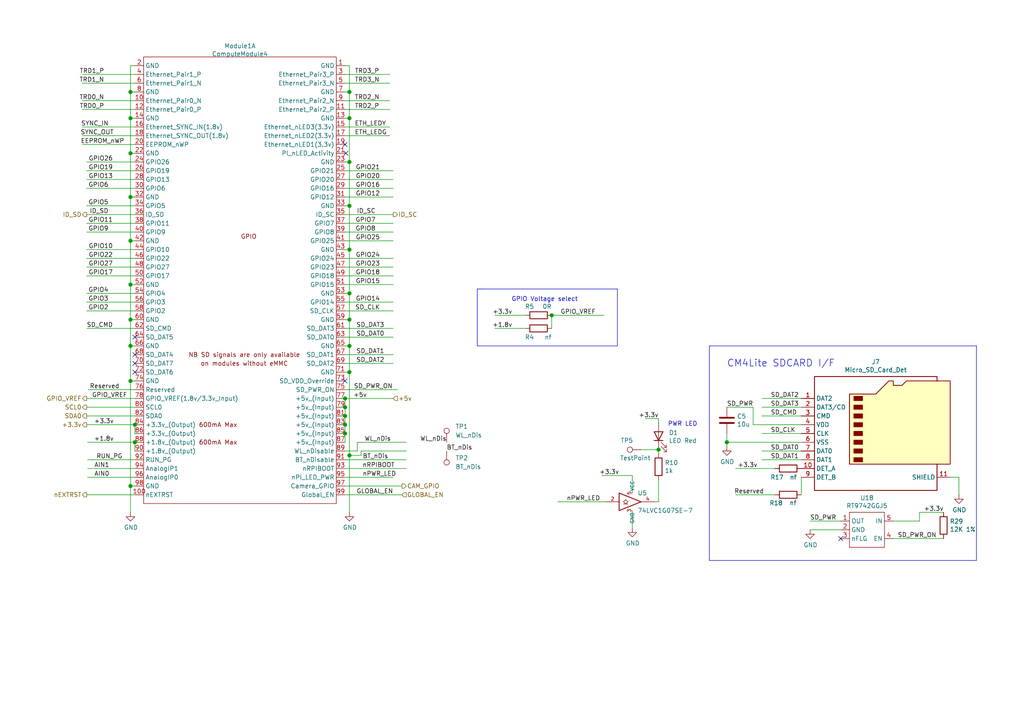
<source format=kicad_sch>
(kicad_sch (version 20250114) (generator "eeschema") (generator_version "9.0")
  (paper "A4")
  (title_block (title "WavePad CM4 Carrier Board - GPIO - SD Card") (rev "1"))
  (lib_symbols
    (symbol "CM4IO:74LVC1G07_copy"
      (property "Reference" "U" (at -2.54 3.81 0))
      (property "Value" "74LVC1G07_copy" (at 0 -3.81 0))
      (symbol "74LVC1G07_copy_0_1"
        (polyline (pts (xy -3.81 2.54) (xy -3.81 -2.54) (xy 2.54 0) (xy -3.81 2.54)) (stroke (width 0.254)))
        (polyline (pts (xy -2.54 -0.635) (xy -1.27 -0.635)))
        (polyline (pts (xy -1.905 0.635) (xy -2.54 0) (xy -1.905 -0.635) (xy -1.27 0) (xy -1.905 0.635)))
      )
      (symbol "74LVC1G07_copy_1_1"
        (pin input line (at -7.62 0 0) (length 3.81) (name "~") (number "2"))
        (pin power_in line (at 0 2.54 90) (length 0) (name "VCC") (number "5"))
        (pin power_in line (at 0 -2.54 270) (length 0) (name "GND") (number "3"))
        (pin open_collector line (at 6.35 0 180) (length 3.81) (name "~") (number "4"))
      )
    )
    (symbol "CM4IO:ComputeModule4-CM4"
      (property "Reference" "Module" (at 113.03 -68.58 0))
      (property "Value" "ComputeModule4-CM4" (at 140.97 2.54 0))
      (property "Field4" "Hirose" (at 0 0 0))
      (property "Field5" "2x DF40C-100DS-0.4V" (at 0 -2.54 0))
      (symbol "ComputeModule4-CM4_1_0"
        (text "GPIO" (at 0 6.35 0) (effects (font (size 1.27 1.27))))
      )
      (symbol "ComputeModule4-CM4_1_1"
        (rectangle (start -30.48 -71.12) (end 25.4 58.42))
        (text "600mA Max" (at -8.89 -48.26 0) (effects (font (size 1.27 1.27))))
        (text "600mA Max" (at -8.89 -53.34 0) (effects (font (size 1.27 1.27))))
        (text "NB SD signals are only available" (at -1.27 -27.94 0) (effects (font (size 1.27 1.27))))
        (text "on modules without eMMC" (at -1.27 -30.48 0) (effects (font (size 1.27 1.27))))
        (pin power_in line (at -33.02 55.88 0) (length 2.54) (name "GND") (number "2"))
        (pin passive line (at -33.02 53.34 0) (length 2.54) (name "Ethernet_Pair1_P") (number "4"))
        (pin passive line (at -33.02 50.8 0) (length 2.54) (name "Ethernet_Pair1_N") (number "6"))
        (pin power_in line (at -33.02 48.26 0) (length 2.54) (name "GND") (number "8"))
        (pin passive line (at -33.02 45.72 0) (length 2.54) (name "Ethernet_Pair0_N") (number "10"))
        (pin passive line (at -33.02 43.18 0) (length 2.54) (name "Ethernet_Pair0_P") (number "12"))
        (pin power_in line (at -33.02 40.64 0) (length 2.54) (name "GND") (number "14"))
        (pin input line (at -33.02 38.1 0) (length 2.54) (name "Ethernet_SYNC_IN(1.8v)") (number "16"))
        (pin input line (at -33.02 35.56 0) (length 2.54) (name "Ethernet_SYNC_OUT(1.8v)") (number "18"))
        (pin passive line (at -33.02 33.02 0) (length 2.54) (name "EEPROM_nWP") (number "20"))
        (pin power_in line (at -33.02 30.48 0) (length 2.54) (name "GND") (number "22"))
        (pin passive line (at -33.02 27.94 0) (length 2.54) (name "GPIO26") (number "24"))
        (pin passive line (at -33.02 25.4 0) (length 2.54) (name "GPIO19") (number "26"))
        (pin passive line (at -33.02 22.86 0) (length 2.54) (name "GPIO13") (number "28"))
        (pin passive line (at -33.02 20.32 0) (length 2.54) (name "GPIO6") (number "30"))
        (pin power_in line (at -33.02 17.78 0) (length 2.54) (name "GND") (number "32"))
        (pin passive line (at -33.02 15.24 0) (length 2.54) (name "GPIO5") (number "34"))
        (pin passive line (at -33.02 12.7 0) (length 2.54) (name "ID_SD") (number "36"))
        (pin passive line (at -33.02 10.16 0) (length 2.54) (name "GPIO11") (number "38"))
        (pin passive line (at -33.02 7.62 0) (length 2.54) (name "GPIO9") (number "40"))
        (pin power_in line (at -33.02 5.08 0) (length 2.54) (name "GND") (number "42"))
        (pin passive line (at -33.02 2.54 0) (length 2.54) (name "GPIO10") (number "44"))
        (pin passive line (at -33.02 0 0) (length 2.54) (name "GPIO22") (number "46"))
        (pin passive line (at -33.02 -2.54 0) (length 2.54) (name "GPIO27") (number "48"))
        (pin passive line (at -33.02 -5.08 0) (length 2.54) (name "GPIO17") (number "50"))
        (pin power_in line (at -33.02 -7.62 0) (length 2.54) (name "GND") (number "52"))
        (pin passive line (at -33.02 -10.16 0) (length 2.54) (name "GPIO4") (number "54"))
        (pin passive line (at -33.02 -12.7 0) (length 2.54) (name "GPIO3") (number "56"))
        (pin passive line (at -33.02 -15.24 0) (length 2.54) (name "GPIO2") (number "58"))
        (pin power_in line (at -33.02 -17.78 0) (length 2.54) (name "GND") (number "60"))
        (pin passive line (at -33.02 -20.32 0) (length 2.54) (name "SD_CMD") (number "62"))
        (pin passive line (at -33.02 -22.86 0) (length 2.54) (name "SD_DAT5") (number "64"))
        (pin power_in line (at -33.02 -25.4 0) (length 2.54) (name "GND") (number "66"))
        (pin passive line (at -33.02 -27.94 0) (length 2.54) (name "SD_DAT4") (number "68"))
        (pin passive line (at -33.02 -30.48 0) (length 2.54) (name "SD_DAT7") (number "70"))
        (pin passive line (at -33.02 -33.02 0) (length 2.54) (name "SD_DAT6") (number "72"))
        (pin power_in line (at -33.02 -35.56 0) (length 2.54) (name "GND") (number "74"))
        (pin passive line (at -33.02 -38.1 0) (length 2.54) (name "Reserved") (number "76"))
        (pin power_in line (at -33.02 -40.64 0) (length 2.54) (name "GPIO_VREF(1.8v/3.3v_Input)") (number "78"))
        (pin passive line (at -33.02 -43.18 0) (length 2.54) (name "SCL0") (number "80"))
        (pin passive line (at -33.02 -45.72 0) (length 2.54) (name "SDA0") (number "82"))
        (pin power_out line (at -33.02 -48.26 0) (length 2.54) (name "+3.3v_(Output)") (number "84"))
        (pin power_out line (at -33.02 -50.8 0) (length 2.54) (name "+3.3v_(Output)") (number "86"))
        (pin power_out line (at -33.02 -53.34 0) (length 2.54) (name "+1.8v_(Output)") (number "88"))
        (pin power_out line (at -33.02 -55.88 0) (length 2.54) (name "+1.8v_(Output)") (number "90"))
        (pin passive line (at -33.02 -58.42 0) (length 2.54) (name "RUN_PG") (number "92"))
        (pin passive line (at -33.02 -60.96 0) (length 2.54) (name "AnalogIP1") (number "94"))
        (pin passive line (at -33.02 -63.5 0) (length 2.54) (name "AnalogIP0") (number "96"))
        (pin power_in line (at -33.02 -66.04 0) (length 2.54) (name "GND") (number "98"))
        (pin output line (at -33.02 -68.58 0) (length 2.54) (name "nEXTRST") (number "100"))
        (pin power_in line (at 27.94 55.88 180) (length 2.54) (name "GND") (number "1"))
        (pin passive line (at 27.94 53.34 180) (length 2.54) (name "Ethernet_Pair3_P") (number "3"))
        (pin passive line (at 27.94 50.8 180) (length 2.54) (name "Ethernet_Pair3_N") (number "5"))
        (pin power_in line (at 27.94 48.26 180) (length 2.54) (name "GND") (number "7"))
        (pin passive line (at 27.94 45.72 180) (length 2.54) (name "Ethernet_Pair2_N") (number "9"))
        (pin passive line (at 27.94 43.18 180) (length 2.54) (name "Ethernet_Pair2_P") (number "11"))
        (pin power_in line (at 27.94 40.64 180) (length 2.54) (name "GND") (number "13"))
        (pin output line (at 27.94 38.1 180) (length 2.54) (name "Ethernet_nLED3(3.3v)") (number "15"))
        (pin output line (at 27.94 35.56 180) (length 2.54) (name "Ethernet_nLED2(3.3v)") (number "17"))
        (pin output line (at 27.94 33.02 180) (length 2.54) (name "Ethernet_nLED1(3.3v)") (number "19"))
        (pin open_collector line (at 27.94 30.48 180) (length 2.54) (name "PI_nLED_Activity") (number "21"))
        (pin power_in line (at 27.94 27.94 180) (length 2.54) (name "GND") (number "23"))
        (pin passive line (at 27.94 25.4 180) (length 2.54) (name "GPIO21") (number "25"))
        (pin passive line (at 27.94 22.86 180) (length 2.54) (name "GPIO20") (number "27"))
        (pin passive line (at 27.94 20.32 180) (length 2.54) (name "GPIO16") (number "29"))
        (pin passive line (at 27.94 17.78 180) (length 2.54) (name "GPIO12") (number "31"))
        (pin power_in line (at 27.94 15.24 180) (length 2.54) (name "GND") (number "33"))
        (pin passive line (at 27.94 12.7 180) (length 2.54) (name "ID_SC") (number "35"))
        (pin passive line (at 27.94 10.16 180) (length 2.54) (name "GPIO7") (number "37"))
        (pin passive line (at 27.94 7.62 180) (length 2.54) (name "GPIO8") (number "39"))
        (pin passive line (at 27.94 5.08 180) (length 2.54) (name "GPIO25") (number "41"))
        (pin power_in line (at 27.94 2.54 180) (length 2.54) (name "GND") (number "43"))
        (pin passive line (at 27.94 0 180) (length 2.54) (name "GPIO24") (number "45"))
        (pin passive line (at 27.94 -2.54 180) (length 2.54) (name "GPIO23") (number "47"))
        (pin passive line (at 27.94 -5.08 180) (length 2.54) (name "GPIO18") (number "49"))
        (pin passive line (at 27.94 -7.62 180) (length 2.54) (name "GPIO15") (number "51"))
        (pin power_in line (at 27.94 -10.16 180) (length 2.54) (name "GND") (number "53"))
        (pin passive line (at 27.94 -12.7 180) (length 2.54) (name "GPIO14") (number "55"))
        (pin passive line (at 27.94 -15.24 180) (length 2.54) (name "SD_CLK") (number "57"))
        (pin power_in line (at 27.94 -17.78 180) (length 2.54) (name "GND") (number "59"))
        (pin passive line (at 27.94 -20.32 180) (length 2.54) (name "SD_DAT3") (number "61"))
        (pin passive line (at 27.94 -22.86 180) (length 2.54) (name "SD_DAT0") (number "63"))
        (pin power_in line (at 27.94 -25.4 180) (length 2.54) (name "GND") (number "65"))
        (pin passive line (at 27.94 -27.94 180) (length 2.54) (name "SD_DAT1") (number "67"))
        (pin passive line (at 27.94 -30.48 180) (length 2.54) (name "SD_DAT2") (number "69"))
        (pin power_in line (at 27.94 -33.02 180) (length 2.54) (name "GND") (number "71"))
        (pin input line (at 27.94 -35.56 180) (length 2.54) (name "SD_VDD_Override") (number "73"))
        (pin output line (at 27.94 -38.1 180) (length 2.54) (name "SD_PWR_ON") (number "75"))
        (pin power_in line (at 27.94 -40.64 180) (length 2.54) (name "+5v_(Input)") (number "77"))
        (pin power_in line (at 27.94 -43.18 180) (length 2.54) (name "+5v_(Input)") (number "79"))
        (pin power_in line (at 27.94 -45.72 180) (length 2.54) (name "+5v_(Input)") (number "81"))
        (pin power_in line (at 27.94 -48.26 180) (length 2.54) (name "+5v_(Input)") (number "83"))
        (pin power_in line (at 27.94 -50.8 180) (length 2.54) (name "+5v_(Input)") (number "85"))
        (pin power_in line (at 27.94 -53.34 180) (length 2.54) (name "+5v_(Input)") (number "87"))
        (pin input line (at 27.94 -55.88 180) (length 2.54) (name "WL_nDisable") (number "89"))
        (pin input line (at 27.94 -58.42 180) (length 2.54) (name "BT_nDisable") (number "91"))
        (pin input line (at 27.94 -60.96 180) (length 2.54) (name "nRPIBOOT") (number "93"))
        (pin output line (at 27.94 -63.5 180) (length 2.54) (name "nPI_LED_PWR") (number "95"))
        (pin passive line (at 27.94 -66.04 180) (length 2.54) (name "Camera_GPIO") (number "97"))
        (pin input line (at 27.94 -68.58 180) (length 2.54) (name "Global_EN") (number "99"))
      )
      (symbol "ComputeModule4-CM4_2_1"
        (rectangle (start 114.3 -66.04) (end 165.1 63.5))
        (text "High Speed Serial" (at 140.97 0 0) (effects (font (size 1.27 1.27))))
        (pin input line (at 109.22 60.96 0) (length 5.08) (name "PCIe_CLK_nREQ") (number "102"))
        (pin passive line (at 109.22 58.42 0) (length 5.08) (name "Reserved") (number "104"))
        (pin passive line (at 109.22 55.88 0) (length 5.08) (name "Reserved") (number "106"))
        (pin power_in line (at 109.22 53.34 0) (length 5.08) (name "GND") (number "108"))
        (pin output line (at 109.22 50.8 0) (length 5.08) (name "PCIe_CLK_P") (number "110"))
        (pin output line (at 109.22 48.26 0) (length 5.08) (name "PCIe_CLK_N") (number "112"))
        (pin power_in line (at 109.22 45.72 0) (length 5.08) (name "GND") (number "114"))
        (pin input line (at 109.22 43.18 0) (length 5.08) (name "PCIe_RX_P") (number "116"))
        (pin input line (at 109.22 40.64 0) (length 5.08) (name "PCIe_RX_N") (number "118"))
        (pin power_in line (at 109.22 38.1 0) (length 5.08) (name "GND") (number "120"))
        (pin output line (at 109.22 35.56 0) (length 5.08) (name "PCIe_TX_P") (number "122"))
        (pin output line (at 109.22 33.02 0) (length 5.08) (name "PCIe_TX_N") (number "124"))
        (pin power_in line (at 109.22 30.48 0) (length 5.08) (name "GND") (number "126"))
        (pin input line (at 109.22 27.94 0) (length 5.08) (name "CAM0_D0_N") (number "128"))
        (pin input line (at 109.22 25.4 0) (length 5.08) (name "CAM0_D0_P") (number "130"))
        (pin power_in line (at 109.22 22.86 0) (length 5.08) (name "GND") (number "132"))
        (pin input line (at 109.22 20.32 0) (length 5.08) (name "CAM0_D1_N") (number "134"))
        (pin input line (at 109.22 17.78 0) (length 5.08) (name "CAM0_D1_P") (number "136"))
        (pin power_in line (at 109.22 15.24 0) (length 5.08) (name "GND") (number "138"))
        (pin input line (at 109.22 12.7 0) (length 5.08) (name "CAM0_C_N") (number "140"))
        (pin input line (at 109.22 10.16 0) (length 5.08) (name "CAM0_C_P") (number "142"))
        (pin power_in line (at 109.22 7.62 0) (length 5.08) (name "GND") (number "144"))
        (pin output line (at 109.22 5.08 0) (length 5.08) (name "HDMI1_TX2_P") (number "146"))
        (pin output line (at 109.22 2.54 0) (length 5.08) (name "HDMI1_TX2_N") (number "148"))
        (pin power_in line (at 109.22 0 0) (length 5.08) (name "GND") (number "150"))
        (pin output line (at 109.22 -2.54 0) (length 5.08) (name "HDMI1_TX1_P") (number "152"))
        (pin output line (at 109.22 -5.08 0) (length 5.08) (name "HDMI1_TX1_N") (number "154"))
        (pin power_in line (at 109.22 -7.62 0) (length 5.08) (name "GND") (number "156"))
        (pin output line (at 109.22 -10.16 0) (length 5.08) (name "HDMI1_TX0_P") (number "158"))
        (pin output line (at 109.22 -12.7 0) (length 5.08) (name "HDMI1_TX0_N") (number "160"))
        (pin power_in line (at 109.22 -15.24 0) (length 5.08) (name "GND") (number "162"))
        (pin output line (at 109.22 -17.78 0) (length 5.08) (name "HDMI1_CLK_P") (number "164"))
        (pin output line (at 109.22 -20.32 0) (length 5.08) (name "HDMI1_CLK_N") (number "166"))
        (pin power_in line (at 109.22 -22.86 0) (length 5.08) (name "GND") (number "168"))
        (pin output line (at 109.22 -25.4 0) (length 5.08) (name "HDMI0_TX2_P") (number "170"))
        (pin output line (at 109.22 -27.94 0) (length 5.08) (name "HDMI0_TX2_N") (number "172"))
        (pin power_in line (at 109.22 -30.48 0) (length 5.08) (name "GND") (number "174"))
        (pin output line (at 109.22 -33.02 0) (length 5.08) (name "HDMI0_TX1_P") (number "176"))
        (pin output line (at 109.22 -35.56 0) (length 5.08) (name "HDMI0_TX1_N") (number "178"))
        (pin power_in line (at 109.22 -38.1 0) (length 5.08) (name "GND") (number "180"))
        (pin output line (at 109.22 -40.64 0) (length 5.08) (name "HDMI0_TX0_P") (number "182"))
        (pin output line (at 109.22 -43.18 0) (length 5.08) (name "HDMI0_TX0_N") (number "184"))
        (pin power_in line (at 109.22 -45.72 0) (length 5.08) (name "GND") (number "186"))
        (pin output line (at 109.22 -48.26 0) (length 5.08) (name "HDMI0_CLK_P") (number "188"))
        (pin output line (at 109.22 -50.8 0) (length 5.08) (name "HDMI0_CLK_N") (number "190"))
        (pin power_in line (at 109.22 -53.34 0) (length 5.08) (name "GND") (number "192"))
        (pin output line (at 109.22 -55.88 0) (length 5.08) (name "DSI1_D3_N") (number "194"))
        (pin output line (at 109.22 -58.42 0) (length 5.08) (name "DSI1_D3_P") (number "196"))
        (pin power_in line (at 109.22 -60.96 0) (length 5.08) (name "GND") (number "198"))
        (pin open_collector line (at 109.22 -63.5 0) (length 5.08) (name "HDMI0_SCL") (number "200"))
        (pin input line (at 170.18 60.96 180) (length 5.08) (name "USB_OTG_ID") (number "101"))
        (pin passive line (at 170.18 58.42 180) (length 5.08) (name "USB2_N") (number "103"))
        (pin passive line (at 170.18 55.88 180) (length 5.08) (name "USB2_P") (number "105"))
        (pin power_in line (at 170.18 53.34 180) (length 5.08) (name "GND") (number "107"))
        (pin bidirectional line (at 170.18 50.8 180) (length 5.08) (name "PCIe_nRST") (number "109"))
        (pin passive line (at 170.18 48.26 180) (length 5.08) (name "VDAC_COMP") (number "111"))
        (pin power_in line (at 170.18 45.72 180) (length 5.08) (name "GND") (number "113"))
        (pin input line (at 170.18 43.18 180) (length 5.08) (name "CAM1_D0_N") (number "115"))
        (pin input line (at 170.18 40.64 180) (length 5.08) (name "CAM1_D0_P") (number "117"))
        (pin power_in line (at 170.18 38.1 180) (length 5.08) (name "GND") (number "119"))
        (pin input line (at 170.18 35.56 180) (length 5.08) (name "CAM1_D1_N") (number "121"))
        (pin input line (at 170.18 33.02 180) (length 5.08) (name "CAM1_D1_P") (number "123"))
        (pin power_in line (at 170.18 30.48 180) (length 5.08) (name "GND") (number "125"))
        (pin input line (at 170.18 27.94 180) (length 5.08) (name "CAM1_C_N") (number "127"))
        (pin input line (at 170.18 25.4 180) (length 5.08) (name "CAM1_C_P") (number "129"))
        (pin power_in line (at 170.18 22.86 180) (length 5.08) (name "GND") (number "131"))
        (pin input line (at 170.18 20.32 180) (length 5.08) (name "CAM1_D2_N") (number "133"))
        (pin input line (at 170.18 17.78 180) (length 5.08) (name "CAM1_D2_P") (number "135"))
        (pin power_in line (at 170.18 15.24 180) (length 5.08) (name "GND") (number "137"))
        (pin input line (at 170.18 12.7 180) (length 5.08) (name "CAM1_D3_N") (number "139"))
        (pin input line (at 170.18 10.16 180) (length 5.08) (name "CAM1_D3_P") (number "141"))
        (pin input line (at 170.18 7.62 180) (length 5.08) (name "HDMI1_HOTPLUG") (number "143"))
        (pin bidirectional line (at 170.18 5.08 180) (length 5.08) (name "HDMI1_SDA") (number "145"))
        (pin open_collector line (at 170.18 2.54 180) (length 5.08) (name "HDMI1_SCL") (number "147"))
        (pin open_collector line (at 170.18 0 180) (length 5.08) (name "HDMI1_CEC") (number "149"))
        (pin open_collector line (at 170.18 -2.54 180) (length 5.08) (name "HDMI0_CEC") (number "151"))
        (pin input line (at 170.18 -5.08 180) (length 5.08) (name "HDMI0_HOTPLUG") (number "153"))
        (pin power_in line (at 170.18 -7.62 180) (length 5.08) (name "GND") (number "155"))
        (pin output line (at 170.18 -10.16 180) (length 5.08) (name "DSI0_D0_N") (number "157"))
        (pin output line (at 170.18 -12.7 180) (length 5.08) (name "DSI0_D0_P") (number "159"))
        (pin power_in line (at 170.18 -15.24 180) (length 5.08) (name "GND") (number "161"))
        (pin output line (at 170.18 -17.78 180) (length 5.08) (name "DSI0_D1_N") (number "163"))
        (pin output line (at 170.18 -20.32 180) (length 5.08) (name "DSI0_D1_P") (number "165"))
        (pin power_in line (at 170.18 -22.86 180) (length 5.08) (name "GND") (number "167"))
        (pin output line (at 170.18 -25.4 180) (length 5.08) (name "DSI0_C_N") (number "169"))
        (pin output line (at 170.18 -27.94 180) (length 5.08) (name "DSI0_C_P") (number "171"))
        (pin power_in line (at 170.18 -30.48 180) (length 5.08) (name "GND") (number "173"))
        (pin output line (at 170.18 -33.02 180) (length 5.08) (name "DSI1_D0_N") (number "175"))
        (pin output line (at 170.18 -35.56 180) (length 5.08) (name "DSI1_D0_P") (number "177"))
        (pin power_in line (at 170.18 -38.1 180) (length 5.08) (name "GND") (number "179"))
        (pin output line (at 170.18 -40.64 180) (length 5.08) (name "DSI1_D1_N") (number "181"))
        (pin output line (at 170.18 -43.18 180) (length 5.08) (name "DSI1_D1_P") (number "183"))
        (pin power_in line (at 170.18 -45.72 180) (length 5.08) (name "GND") (number "185"))
        (pin output line (at 170.18 -48.26 180) (length 5.08) (name "DSI1_C_N") (number "187"))
        (pin output line (at 170.18 -50.8 180) (length 5.08) (name "DSI1_C_P") (number "189"))
        (pin power_in line (at 170.18 -53.34 180) (length 5.08) (name "GND") (number "191"))
        (pin output line (at 170.18 -55.88 180) (length 5.08) (name "DSI1_D2_N") (number "193"))
        (pin output line (at 170.18 -58.42 180) (length 5.08) (name "DSI1_D2_P") (number "195"))
        (pin power_in line (at 170.18 -60.96 180) (length 5.08) (name "GND") (number "197"))
        (pin bidirectional line (at 170.18 -63.5 180) (length 5.08) (name "HDMI0_SDA") (number "199"))
      )
    )
    (symbol "CM4IO:RT9742GGJ5"
      (property "Reference" "U" (at 0 0 0))
      (property "Value" "RT9742GGJ5" (at 0 0 0))
      (symbol "RT9742GGJ5_0_0"
        (pin power_out line (at -8.89 10.16 0) (length 2.54) (name "OUT") (number "1"))
        (pin power_in line (at -8.89 7.62 0) (length 2.54) (name "GND") (number "2"))
        (pin open_collector line (at -8.89 5.08 0) (length 2.54) (name "nFLG") (number "3"))
        (pin power_in line (at 6.35 10.16 180) (length 2.54) (name "IN") (number "5"))
        (pin input line (at 6.35 5.08 180) (length 2.54) (name "EN") (number "4"))
      )
      (symbol "RT9742GGJ5_0_1"
        (rectangle (start -6.35 12.7) (end 3.81 2.54))
      )
    )
    (symbol "Connector:Micro_SD_Card_Det"
      (property "Reference" "J" (at -16.51 17.78 0))
      (property "Value" "Micro_SD_Card_Det" (at 16.51 17.78 0))
      (symbol "Micro_SD_Card_Det_0_1"
        (polyline (pts (xy -8.89 -8.89) (xy -8.89 11.43) (xy -1.27 11.43) (xy 2.54 15.24) (xy 3.81 15.24) (xy 3.81 13.97) (xy 6.35 13.97) (xy 7.62 15.24) (xy 20.32 15.24) (xy 20.32 -8.89) (xy -8.89 -8.89)) (stroke (width 0.254)) (fill (type background)))
        (rectangle (start -7.62 10.795) (end -5.08 9.525) (fill (type outline)))
        (rectangle (start -7.62 8.255) (end -5.08 6.985) (fill (type outline)))
        (rectangle (start -7.62 5.715) (end -5.08 4.445) (fill (type outline)))
        (rectangle (start -7.62 3.175) (end -5.08 1.905) (fill (type outline)))
        (rectangle (start -7.62 0.635) (end -5.08 -0.635) (fill (type outline)))
        (rectangle (start -7.62 -1.905) (end -5.08 -3.175) (fill (type outline)))
        (rectangle (start -7.62 -4.445) (end -5.08 -5.715) (fill (type outline)))
        (rectangle (start -7.62 -6.985) (end -5.08 -8.255) (fill (type outline)))
        (polyline (pts (xy 16.51 15.24) (xy 16.51 16.51) (xy -19.05 16.51) (xy -19.05 -16.51) (xy 16.51 -16.51) (xy 16.51 -8.89)) (stroke (width 0.254)))
      )
      (symbol "Micro_SD_Card_Det_1_1"
        (pin bidirectional line (at -22.86 10.16 0) (length 3.81) (name "DAT2") (number "1"))
        (pin bidirectional line (at -22.86 7.62 0) (length 3.81) (name "DAT3/CD") (number "2"))
        (pin input line (at -22.86 5.08 0) (length 3.81) (name "CMD") (number "3"))
        (pin power_in line (at -22.86 2.54 0) (length 3.81) (name "VDD") (number "4"))
        (pin input line (at -22.86 0 0) (length 3.81) (name "CLK") (number "5"))
        (pin power_in line (at -22.86 -2.54 0) (length 3.81) (name "VSS") (number "6"))
        (pin bidirectional line (at -22.86 -5.08 0) (length 3.81) (name "DAT0") (number "7"))
        (pin bidirectional line (at -22.86 -7.62 0) (length 3.81) (name "DAT1") (number "8"))
        (pin passive line (at -22.86 -10.16 0) (length 3.81) (name "DET_A") (number "10"))
        (pin passive line (at -22.86 -12.7 0) (length 3.81) (name "DET_B") (number "9"))
        (pin passive line (at 20.32 -12.7 180) (length 3.81) (name "SHIELD") (number "11"))
      )
    )
    (symbol "Connector:TestPoint" (pin_numbers (hide yes)) (pin_names (offset 0.762) (hide yes))
      (property "Reference" "TP" (at 0 6.858 0))
      (property "Value" "TestPoint" (at 0 5.08 0))
      (symbol "TestPoint_0_1"
        (circle (center 0 3.302) (radius 0.762))
      )
      (symbol "TestPoint_1_1"
        (pin passive line (at 0 0 90) (length 2.54) (name "1") (number "1"))
      )
    )
    (symbol "Device:C" (pin_numbers (hide yes)) (pin_names (offset 0.254))
      (property "Reference" "C" (at 0.635 2.54 0))
      (property "Value" "C" (at 0.635 -2.54 0))
      (symbol "C_0_1"
        (polyline (pts (xy -2.032 0.762) (xy 2.032 0.762)) (stroke (width 0.508)))
        (polyline (pts (xy -2.032 -0.762) (xy 2.032 -0.762)) (stroke (width 0.508)))
      )
      (symbol "C_1_1"
        (pin passive line (at 0 3.81 270) (length 2.794) (name "~") (number "1"))
        (pin passive line (at 0 -3.81 90) (length 2.794) (name "~") (number "2"))
      )
    )
    (symbol "Device:LED" (pin_numbers (hide yes)) (pin_names (hide yes))
      (property "Reference" "D" (at 0 2.54 0))
      (property "Value" "LED" (at 0 -2.54 0))
      (symbol "LED_0_1"
        (polyline (pts (xy -3.048 -0.762) (xy -4.572 -2.286) (xy -3.81 -2.286) (xy -4.572 -2.286) (xy -4.572 -1.524)))
        (polyline (pts (xy -1.778 -0.762) (xy -3.302 -2.286) (xy -2.54 -2.286) (xy -3.302 -2.286) (xy -3.302 -1.524)))
        (polyline (pts (xy -1.27 0) (xy 1.27 0)))
        (polyline (pts (xy -1.27 -1.27) (xy -1.27 1.27)) (stroke (width 0.254)))
        (polyline (pts (xy 1.27 -1.27) (xy 1.27 1.27) (xy -1.27 0) (xy 1.27 -1.27)) (stroke (width 0.254)))
      )
      (symbol "LED_1_1"
        (pin passive line (at -3.81 0 0) (length 2.54) (name "K") (number "1"))
        (pin passive line (at 3.81 0 180) (length 2.54) (name "A") (number "2"))
      )
    )
    (symbol "Device:R" (pin_numbers (hide yes)) (pin_names (offset 0))
      (property "Reference" "R" (at 2.032 0 90))
      (property "Value" "R" (at 0 0 90))
      (symbol "R_0_1"
        (rectangle (start -1.016 -2.54) (end 1.016 2.54) (stroke (width 0.254)))
      )
      (symbol "R_1_1"
        (pin passive line (at 0 3.81 270) (length 1.27) (name "~") (number "1"))
        (pin passive line (at 0 -3.81 90) (length 1.27) (name "~") (number "2"))
      )
    )
    (symbol "power:GND" (power) (pin_names (offset 0))
      (property "Value" "GND" (at 0 -3.81 0))
      (symbol "GND_0_1"
        (polyline (pts (xy 0 0) (xy 0 -1.27) (xy 1.27 -1.27) (xy 0 -2.54) (xy -1.27 -1.27) (xy 0 -1.27)))
      )
      (symbol "GND_1_1"
        (pin power_in line (at 0 0 270) (length 0) (hide yes) (name "GND") (number "1"))
      )
    )
  )
  (text "PWR LED" (at 193.675 123.825 0) (effects (font (size 1.27 1.27)) (justify left bottom)))
  (text "CM4Lite SDCARD I/F" (at 210.82 106.68 0) (effects (font (size 2.007 2.007)) (justify left bottom)))
  (text "GPIO Voltage select\n" (at 167.64 87.63 0) (effects (font (size 1.27 1.27)) (justify right bottom)))
  (junction (at 37.846 92.71) (diameter 1.016))
  (junction (at 101.346 132.08) (diameter 1.016))
  (junction (at 101.346 59.69) (diameter 1.016))
  (junction (at 101.346 46.99) (diameter 1.016))
  (junction (at 160.02 91.44) (diameter 1.016))
  (junction (at 101.346 72.39) (diameter 1.016))
  (junction (at 101.346 26.67) (diameter 1.016))
  (junction (at 100.076 125.73) (diameter 1.016))
  (junction (at 101.346 85.09) (diameter 1.016))
  (junction (at 37.846 69.85) (diameter 1.016))
  (junction (at 37.846 26.67) (diameter 1.016))
  (junction (at 100.076 120.65) (diameter 1.016))
  (junction (at 37.846 100.33) (diameter 1.016))
  (junction (at 37.846 44.45) (diameter 1.016))
  (junction (at 39.116 123.19) (diameter 1.016))
  (junction (at 101.346 107.95) (diameter 1.016))
  (junction (at 101.346 34.29) (diameter 1.016))
  (junction (at 191.008 130.429) (diameter 1.016))
  (junction (at 210.82 128.27) (diameter 1.016))
  (junction (at 101.346 92.71) (diameter 1.016))
  (junction (at 100.076 115.57) (diameter 1.016))
  (junction (at 100.076 123.19) (diameter 1.016))
  (junction (at 101.346 100.33) (diameter 1.016))
  (junction (at 37.846 82.55) (diameter 1.016))
  (junction (at 39.116 128.27) (diameter 1.016))
  (junction (at 37.846 110.49) (diameter 1.016))
  (junction (at 37.846 34.29) (diameter 1.016))
  (junction (at 37.846 57.15) (diameter 1.016))
  (junction (at 37.846 140.97) (diameter 1.016))
  (junction (at 100.076 118.11) (diameter 1.016))
  (no_connect (at 100.33 44.45))
  (no_connect (at 243.84 156.21))
  (no_connect (at 100.076 110.49))
  (no_connect (at 39.116 97.79))
  (no_connect (at 100.076 41.91))
  (no_connect (at 39.116 107.95))
  (no_connect (at 39.116 105.41))
  (no_connect (at 39.116 102.87))
  (wire (pts (xy 25.146 118.11) (xy 39.116 118.11)))
  (wire (pts (xy 23.876 36.83) (xy 39.116 36.83)))
  (wire (pts (xy 37.846 57.15) (xy 39.116 57.15)))
  (wire (pts (xy 101.346 132.08) (xy 101.346 148.59)))
  (wire (pts (xy 100.076 21.59) (xy 113.03 21.59)))
  (polyline (pts (xy 179.07 100.33) (xy 139.7 100.33)) (stroke (width 0) (type solid)))
  (wire (pts (xy 101.346 46.99) (xy 101.346 59.69)))
  (wire (pts (xy 37.846 44.45) (xy 37.846 57.15)))
  (wire (pts (xy 100.076 85.09) (xy 101.346 85.09)))
  (wire (pts (xy 143.51 95.25) (xy 152.4 95.25)))
  (wire (pts (xy 25.146 90.17) (xy 39.116 90.17)))
  (polyline (pts (xy 139.7 83.82) (xy 138.43 83.82)) (stroke (width 0) (type solid)))
  (wire (pts (xy 183.388 137.922) (xy 174.498 137.922)))
  (wire (pts (xy 25.4 138.43) (xy 39.116 138.43)))
  (wire (pts (xy 100.076 80.01) (xy 114.046 80.01)))
  (wire (pts (xy 103.632 128.27) (xy 117.856 128.27)))
  (wire (pts (xy 100.076 34.29) (xy 101.346 34.29)))
  (polyline (pts (xy 205.74 162.56) (xy 205.74 100.33)) (stroke (width 0) (type solid)))
  (wire (pts (xy 25.146 115.57) (xy 39.116 115.57)))
  (wire (pts (xy 100.076 52.07) (xy 114.046 52.07)))
  (wire (pts (xy 101.346 85.09) (xy 101.346 92.71)))
  (wire (pts (xy 37.846 19.05) (xy 37.846 26.67)))
  (wire (pts (xy 100.076 36.83) (xy 113.03 36.83)))
  (wire (pts (xy 25.146 59.69) (xy 39.116 59.69)))
  (wire (pts (xy 100.076 87.63) (xy 114.046 87.63)))
  (wire (pts (xy 100.076 133.35) (xy 117.856 133.35)))
  (wire (pts (xy 37.846 69.85) (xy 39.116 69.85)))
  (wire (pts (xy 100.076 19.05) (xy 101.346 19.05)))
  (wire (pts (xy 25.4 133.35) (xy 39.116 133.35)))
  (wire (pts (xy 100.076 67.31) (xy 114.046 67.31)))
  (wire (pts (xy 100.076 107.95) (xy 101.346 107.95)))
  (wire (pts (xy 23.876 39.37) (xy 39.116 39.37)))
  (wire (pts (xy 100.076 140.97) (xy 116.586 140.97)))
  (wire (pts (xy 213.36 135.89) (xy 224.79 135.89)))
  (wire (pts (xy 100.076 46.99) (xy 101.346 46.99)))
  (wire (pts (xy 100.076 138.43) (xy 114.046 138.43)))
  (wire (pts (xy 101.346 132.08) (xy 104.7242 132.08)))
  (wire (pts (xy 100.076 26.67) (xy 101.346 26.67)))
  (wire (pts (xy 266.7 148.59) (xy 266.7 151.13)))
  (wire (pts (xy 100.076 24.13) (xy 113.03 24.13)))
  (wire (pts (xy 39.116 19.05) (xy 37.846 19.05)))
  (wire (pts (xy 191.008 121.412) (xy 187.198 121.412)))
  (wire (pts (xy 25.4 128.27) (xy 39.116 128.27)))
  (wire (pts (xy 100.076 120.65) (xy 100.076 123.19)))
  (wire (pts (xy 243.84 151.13) (xy 234.95 151.13)))
  (wire (pts (xy 100.076 82.55) (xy 114.046 82.55)))
  (wire (pts (xy 39.116 128.27) (xy 39.37 128.27)))
  (wire (pts (xy 39.116 140.97) (xy 37.846 140.97)))
  (wire (pts (xy 218.44 123.19) (xy 218.44 118.11)))
  (wire (pts (xy 25.146 46.99) (xy 39.116 46.99)))
  (wire (pts (xy 25.146 120.65) (xy 39.116 120.65)))
  (wire (pts (xy 232.41 138.43) (xy 232.41 143.51)))
  (wire (pts (xy 100.076 115.57) (xy 114.046 115.57)))
  (wire (pts (xy 101.346 92.71) (xy 101.346 100.33)))
  (wire (pts (xy 37.846 82.55) (xy 39.116 82.55)))
  (wire (pts (xy 160.02 91.44) (xy 160.02 95.25)))
  (wire (pts (xy 100.076 62.23) (xy 114.046 62.23)))
  (wire (pts (xy 101.346 72.39) (xy 101.346 85.09)))
  (wire (pts (xy 25.146 54.61) (xy 39.116 54.61)))
  (wire (pts (xy 100.076 69.85) (xy 114.046 69.85)))
  (wire (pts (xy 191.008 122.682) (xy 191.008 121.412)))
  (wire (pts (xy 37.846 92.71) (xy 39.116 92.71)))
  (wire (pts (xy 100.076 77.47) (xy 114.046 77.47)))
  (polyline (pts (xy 138.43 100.33) (xy 138.43 83.82)) (stroke (width 0) (type solid)))
  (wire (pts (xy 37.846 110.49) (xy 37.846 140.97)))
  (polyline (pts (xy 179.07 83.82) (xy 179.07 100.33)) (stroke (width 0) (type solid)))
  (wire (pts (xy 100.076 125.73) (xy 100.076 128.27)))
  (wire (pts (xy 25.146 62.23) (xy 39.116 62.23)))
  (wire (pts (xy 114.046 90.17) (xy 100.076 90.17)))
  (wire (pts (xy 100.076 59.69) (xy 101.346 59.69)))
  (wire (pts (xy 25.146 52.07) (xy 39.116 52.07)))
  (wire (pts (xy 100.076 118.11) (xy 100.076 120.65)))
  (wire (pts (xy 25.146 95.25) (xy 39.116 95.25)))
  (wire (pts (xy 25.4 135.89) (xy 39.116 135.89)))
  (wire (pts (xy 183.388 148.082) (xy 183.388 153.162)))
  (wire (pts (xy 191.008 139.192) (xy 191.008 145.542)))
  (wire (pts (xy 160.02 91.44) (xy 175.26 91.44)))
  (wire (pts (xy 259.08 156.21) (xy 273.685 156.21)))
  (wire (pts (xy 100.076 29.21) (xy 113.03 29.21)))
  (wire (pts (xy 232.41 133.35) (xy 220.98 133.35)))
  (wire (pts (xy 100.076 123.19) (xy 100.076 125.73)))
  (wire (pts (xy 23.876 41.91) (xy 39.116 41.91)))
  (wire (pts (xy 23.876 21.59) (xy 39.116 21.59)))
  (wire (pts (xy 100.076 31.75) (xy 113.03 31.75)))
  (wire (pts (xy 191.008 130.302) (xy 191.008 130.429)))
  (wire (pts (xy 25.146 85.09) (xy 39.116 85.09)))
  (wire (pts (xy 25.146 49.53) (xy 39.116 49.53)))
  (wire (pts (xy 243.84 153.67) (xy 234.95 153.67)))
  (wire (pts (xy 220.98 115.57) (xy 232.41 115.57)))
  (wire (pts (xy 100.076 39.37) (xy 113.03 39.37)))
  (wire (pts (xy 37.846 100.33) (xy 39.116 100.33)))
  (wire (pts (xy 191.008 145.542) (xy 189.738 145.542)))
  (polyline (pts (xy 283.21 100.33) (xy 283.21 162.56)) (stroke (width 0) (type solid)))
  (wire (pts (xy 25.146 143.51) (xy 39.116 143.51)))
  (wire (pts (xy 100.076 113.03) (xy 115.316 113.03)))
  (wire (pts (xy 278.13 138.43) (xy 278.13 143.51)))
  (wire (pts (xy 100.076 64.77) (xy 114.046 64.77)))
  (wire (pts (xy 100.076 49.53) (xy 114.046 49.53)))
  (wire (pts (xy 213.36 143.51) (xy 224.79 143.51)))
  (wire (pts (xy 101.346 26.67) (xy 101.346 34.29)))
  (wire (pts (xy 25.146 67.31) (xy 39.116 67.31)))
  (wire (pts (xy 39.116 125.73) (xy 39.116 123.19)))
  (wire (pts (xy 183.388 143.002) (xy 183.388 137.922)))
  (polyline (pts (xy 139.7 83.82) (xy 179.07 83.82)) (stroke (width 0) (type solid)))
  (wire (pts (xy 25.146 64.77) (xy 39.116 64.77)))
  (wire (pts (xy 25.146 80.01) (xy 39.116 80.01)))
  (wire (pts (xy 186.0042 130.429) (xy 191.008 130.429)))
  (wire (pts (xy 100.076 74.93) (xy 114.046 74.93)))
  (wire (pts (xy 273.685 148.59) (xy 266.7 148.59)))
  (wire (pts (xy 39.116 130.81) (xy 39.116 128.27)))
  (wire (pts (xy 101.346 59.69) (xy 101.346 72.39)))
  (polyline (pts (xy 283.21 162.56) (xy 205.74 162.56)) (stroke (width 0) (type solid)))
  (wire (pts (xy 191.008 130.429) (xy 191.008 131.572)))
  (wire (pts (xy 210.82 125.73) (xy 210.82 128.27)))
  (wire (pts (xy 100.076 100.33) (xy 101.346 100.33)))
  (wire (pts (xy 100.076 143.51) (xy 116.586 143.51)))
  (wire (pts (xy 37.846 110.49) (xy 39.116 110.49)))
  (wire (pts (xy 220.98 130.81) (xy 232.41 130.81)))
  (wire (pts (xy 210.82 118.11) (xy 218.44 118.11)))
  (wire (pts (xy 37.846 44.45) (xy 39.116 44.45)))
  (wire (pts (xy 100.076 115.57) (xy 100.076 118.11)))
  (wire (pts (xy 104.7242 132.08) (xy 104.7242 130.81)))
  (wire (pts (xy 39.116 34.29) (xy 37.846 34.29)))
  (wire (pts (xy 101.346 34.29) (xy 101.346 46.99)))
  (wire (pts (xy 23.876 29.21) (xy 39.116 29.21)))
  (wire (pts (xy 100.076 130.81) (xy 103.632 130.81)))
  (wire (pts (xy 37.846 34.29) (xy 37.846 44.45)))
  (wire (pts (xy 232.41 123.19) (xy 218.44 123.19)))
  (polyline (pts (xy 138.43 100.33) (xy 139.7 100.33)) (stroke (width 0) (type solid)))
  (wire (pts (xy 25.146 74.93) (xy 39.116 74.93)))
  (wire (pts (xy 114.046 102.87) (xy 100.076 102.87)))
  (wire (pts (xy 259.08 151.13) (xy 266.7 151.13)))
  (wire (pts (xy 25.146 77.47) (xy 39.116 77.47)))
  (wire (pts (xy 100.076 57.15) (xy 114.046 57.15)))
  (wire (pts (xy 100.076 92.71) (xy 101.346 92.71)))
  (wire (pts (xy 39.116 26.67) (xy 37.846 26.67)))
  (wire (pts (xy 37.846 82.55) (xy 37.846 92.71)))
  (wire (pts (xy 25.6032 113.03) (xy 39.116 113.03)))
  (polyline (pts (xy 205.74 100.33) (xy 283.21 100.33)) (stroke (width 0) (type solid)))
  (wire (pts (xy 37.846 92.71) (xy 37.846 100.33)))
  (wire (pts (xy 37.846 100.33) (xy 37.846 110.49)))
  (wire (pts (xy 101.346 19.05) (xy 101.346 26.67)))
  (wire (pts (xy 37.846 140.97) (xy 37.846 148.59)))
  (wire (pts (xy 25.146 123.19) (xy 39.116 123.19)))
  (wire (pts (xy 232.41 118.11) (xy 220.98 118.11)))
  (wire (pts (xy 161.798 145.542) (xy 175.768 145.542)))
  (wire (pts (xy 232.41 125.73) (xy 220.98 125.73)))
  (wire (pts (xy 103.632 130.81) (xy 103.632 128.27)))
  (wire (pts (xy 37.846 57.15) (xy 37.846 69.85)))
  (wire (pts (xy 275.59 138.43) (xy 278.13 138.43)))
  (wire (pts (xy 100.076 97.79) (xy 114.046 97.79)))
  (wire (pts (xy 101.346 100.33) (xy 101.346 107.95)))
  (wire (pts (xy 100.076 105.41) (xy 114.046 105.41)))
  (wire (pts (xy 210.82 128.27) (xy 210.82 129.54)))
  (wire (pts (xy 23.876 24.13) (xy 39.116 24.13)))
  (wire (pts (xy 25.146 87.63) (xy 39.116 87.63)))
  (wire (pts (xy 114.046 95.25) (xy 100.076 95.25)))
  (wire (pts (xy 143.51 91.44) (xy 152.4 91.44)))
  (wire (pts (xy 100.076 135.89) (xy 117.856 135.89)))
  (wire (pts (xy 100.076 54.61) (xy 114.046 54.61)))
  (wire (pts (xy 220.98 120.65) (xy 232.41 120.65)))
  (wire (pts (xy 25.146 72.39) (xy 39.116 72.39)))
  (wire (pts (xy 210.82 128.27) (xy 232.41 128.27)))
  (wire (pts (xy 101.346 107.95) (xy 101.346 132.08)))
  (wire (pts (xy 104.7242 130.81) (xy 117.856 130.81)))
  (wire (pts (xy 23.876 31.75) (xy 39.116 31.75)))
  (wire (pts (xy 37.846 69.85) (xy 37.846 82.55)))
  (wire (pts (xy 100.076 72.39) (xy 101.346 72.39)))
  (wire (pts (xy 37.846 26.67) (xy 37.846 34.29)))
  (label "GPIO12" (at 110.236 57.15 180))
  (label "GPIO23" (at 110.236 77.47 180))
  (label "SD_PWR_ON" (at 102.616 113.03 0))
  (label "ID_SC" (at 108.966 62.23 180))
  (label "GPIO14" (at 110.236 87.63 180))
  (label "TRD1_P" (at 30.226 21.59 180))
  (label "Reserved" (at 34.671 113.03 180))
  (label "SD_DAT3" (at 223.52 118.11 0))
  (label "SD_DAT3" (at 111.506 95.25 180))
  (label "+3.3v" (at 148.59 91.44 180))
  (label "SD_DAT0" (at 223.52 130.81 0))
  (label "SD_PWR" (at 234.95 151.13 0))
  (label "nPWR_LED" (at 105.156 138.43 0))
  (label "SD_PWR" (at 210.82 118.11 0))
  (label "SD_DAT0" (at 111.506 97.79 180))
  (label "GPIO20" (at 110.236 52.07 180))
  (label "SD_DAT1" (at 223.52 133.35 0))
  (label "WL_nDis" (at 129.54 128.27 180))
  (label "BT_nDis" (at 112.6236 133.35 180))
  (label "SD_DAT2" (at 111.506 105.41 180))
  (label "EEPROM_nWP" (at 36.068 41.91 180))
  (label "GPIO8" (at 108.966 67.31 180))
  (label "GPIO26" (at 32.766 46.99 180))
  (label "+3.3v" (at 219.71 135.89 180))
  (label "SYNC_IN" (at 31.496 36.83 180))
  (label "SD_PWR_ON" (at 260.35 156.21 0))
  (label "GPIO18" (at 110.236 80.01 180))
  (label "GPIO15" (at 110.236 82.55 180))
  (label "TRD2_P" (at 102.87 31.75 0))
  (label "GPIO25" (at 110.236 69.85 180))
  (label "nRPIBOOT" (at 114.5032 135.89 180))
  (label "GPIO_VREF" (at 26.67 115.57 0))
  (label "GPIO6" (at 31.496 54.61 180))
  (label "BT_nDis" (at 129.54 130.81 0))
  (label "TRD3_N" (at 102.87 24.13 0))
  (label "GPIO13" (at 32.766 52.07 180))
  (label "GPIO_VREF" (at 162.56 91.44 0))
  (label "+3.3v" (at 191.008 121.412 180))
  (label "GPIO16" (at 110.236 54.61 180))
  (label "AIN1" (at 31.75 135.89 180))
  (label "TRD0_N" (at 30.226 29.21 180))
  (label "SD_CMD" (at 32.766 95.25 180))
  (label "GPIO22" (at 32.766 74.93 180))
  (label "SD_CLK" (at 223.52 125.73 0))
  (label "GPIO19" (at 32.766 49.53 180))
  (label "GPIO4" (at 31.496 85.09 180))
  (label "nPWR_LED" (at 164.338 145.542 0))
  (label "GPIO5" (at 31.496 59.69 180))
  (label "+3.3v" (at 33.02 123.19 180))
  (label "+5v" (at 106.426 115.57 180))
  (label "SYNC_OUT" (at 33.02 39.37 180))
  (label "GLOBAL_EN" (at 114.046 143.51 180))
  (label "+3.3v" (at 273.685 148.59 180))
  (label "GPIO27" (at 32.766 77.47 180))
  (label "GPIO11" (at 32.766 64.77 180))
  (label "+1.8v" (at 33.02 128.27 180))
  (label "RUN_PG" (at 35.56 133.35 180))
  (label "TRD3_P" (at 102.87 21.59 0))
  (label "GPIO7" (at 108.966 64.77 180))
  (label "SD_DAT1" (at 111.506 102.87 180))
  (label "TRD1_N" (at 30.226 24.13 180))
  (label "ETH_LEDG" (at 102.87 39.37 0))
  (label "ETH_LEDY" (at 102.87 36.83 0))
  (label "GPIO3" (at 31.496 87.63 180))
  (label "GPIO17" (at 32.766 80.01 180))
  (label "GPIO2" (at 31.496 90.17 180))
  (label "WL_nDis" (at 113.411 128.27 180))
  (label "ID_SD" (at 31.496 62.23 180))
  (label "TRD2_N" (at 102.87 29.21 0))
  (label "GPIO9" (at 31.496 67.31 180))
  (label "+3.3v" (at 179.578 137.922 180))
  (label "SD_CLK" (at 110.236 90.17 180))
  (label "GPIO24" (at 110.236 74.93 180))
  (label "+1.8v" (at 148.59 95.25 180))
  (label "SD_CMD" (at 223.52 120.65 0))
  (label "GPIO10" (at 32.766 72.39 180))
  (label "GPIO21" (at 110.236 49.53 180))
  (label "TRD0_P" (at 30.226 31.75 180))
  (label "AIN0" (at 31.75 138.43 180))
  (label "SD_DAT2" (at 223.52 115.57 0))
  (label "Reserved" (at 221.615 143.51 180))
  (hierarchical_label "+5v" (shape input) (at 114.046 115.57 0))
  (hierarchical_label "GLOBAL_EN" (shape input) (at 116.586 143.51 0))
  (hierarchical_label "ID_SC" (shape output) (at 114.046 62.23 0))
  (hierarchical_label "SCL0" (shape output) (at 25.146 118.11 180))
  (hierarchical_label "ID_SD" (shape output) (at 25.146 62.23 180))
  (hierarchical_label "GPIO_VREF" (shape output) (at 25.146 115.57 180))
  (hierarchical_label "SDA0" (shape output) (at 25.146 120.65 180))
  (hierarchical_label "CAM_GPIO" (shape output) (at 116.586 140.97 0))
  (hierarchical_label "nEXTRST" (shape output) (at 25.146 143.51 180))
  (hierarchical_label "+3.3v" (shape output) (at 25.146 123.19 180))
  (symbol (lib_id "CM4IO:74LVC1G07_copy") (at 183.388 145.542 0) (unit 1)
    (property "Reference" "U5" (at 184.912 143.002 0) (effects (justify left)))
    (property "Value" "74LVC1G07SE-7" (at 184.912 148.082 0) (effects (justify left)))
    (property "Footprint" "Package_TO_SOT_SMD:SOT-353_SC-70-5" (effects (hide yes)))
    (property "Datasheet" "https://www.diodes.com/assets/Datasheets/74LVC1G07.pdf" (effects (hide yes)))
    (property "Field4" "Farnell" (effects (hide yes)))
    (property "Field5" "2425492" (effects (hide yes)))
    (property "Field6" "74LVC1G07SE-7" (effects (hide yes)))
    (property "Field7" "Diodes" (effects (hide yes)))
    (property "Part Description" "Buffer, Non-Inverting 1 Element 1 Bit per Element Open Drain Output SOT-353" (effects (hide yes)))
  )
  (symbol (lib_id "CM4IO:RT9742GGJ5") (at 252.73 161.29 0) (unit 1)
    (property "Reference" "U18" (at 251.46 144.399 0))
    (property "Value" "RT9742GGJ5" (at 251.46 146.7104 0))
    (property "Footprint" "Package_TO_SOT_SMD:SOT-23-5" (effects (hide yes)))
    (property "Datasheet" "https://www.richtek.com/assets/product_file/RT9742/DS9742-00.pdf" (effects (hide yes)))
    (property "Field4" "Farnell" (effects (hide yes)))
    (property "Field5" "	2545875" (effects (hide yes)))
    (property "Field6" "RT9742GGJ5" (effects (hide yes)))
    (property "Field7" "RichTek" (effects (hide yes)))
    (property "Field8" "USWI00166" (effects (hide yes)))
    (property "Part Description" "	Power Switch/Driver 1:1 N-Channel 1A TSOT-23-5" (effects (hide yes)))
  )
  (symbol (lib_id "power:GND") (at 234.95 153.67 0) (unit 1)
    (property "Reference" "#PWR0113" (effects (hide yes)))
    (property "Value" "GND" (at 235.077 158.0642 0))
  )
  (symbol (lib_id "CM4IO:ComputeModule4-CM4") (at 72.136 74.93 0) (unit 1)
    (property "Reference" "Module1" (at 69.596 13.335 0))
    (property "Value" "ComputeModule4" (at 69.596 15.6464 0))
    (property "Footprint" "CM4IO:Raspberry-Pi-4-Compute-Module" (effects (hide yes)))
    (property "Field4" "Hirose" (effects (hide yes)))
    (property "Field5" "2off DF40C-100DS-0.4V" (effects (hide yes)))
    (property "Field6" "2off DF40C-100DS-0.4V" (effects (hide yes)))
    (property "Field7" "Hirose" (effects (hide yes)))
    (property "Part Description" "	100 Position Connector Receptacle, Center Strip Contacts Surface Mount Gold" (effects (hide yes)))
  )
  (symbol (lib_id "Device:C") (at 210.82 121.92 0) (unit 1)
    (property "Reference" "C5" (at 213.741 120.7516 0) (effects (justify left)))
    (property "Value" "10u" (at 213.741 123.063 0) (effects (justify left)))
    (property "Footprint" "Capacitor_SMD:C_0805_2012Metric" (effects (hide yes)))
    (property "Datasheet" "https://search.murata.co.jp/Ceramy/image/img/A01X/G101/ENG/GRM21BR71A106KA73-01.pdf" (effects (hide yes)))
    (property "Field5" "490-14381-1-ND" (effects (hide yes)))
    (property "Field4" "Digikey" (effects (hide yes)))
    (property "Field6" "GRM21BR71A106KA73L" (effects (hide yes)))
    (property "Field7" "Murata" (effects (hide yes)))
    (property "Part Description" "	10uF 10% 10V Ceramic Capacitor X7R 0805 (2012 Metric)" (effects (hide yes)))
    (property "Field8" "111893011" (effects (hide yes)))
  )
  (symbol (lib_id "power:GND") (at 37.846 148.59 0) (unit 1)
    (property "Reference" "#PWR0104" (effects (hide yes)))
    (property "Value" "GND" (at 37.973 152.9842 0))
  )
  (symbol (lib_id "power:GND") (at 101.346 148.59 0) (unit 1)
    (property "Reference" "#PWR0105" (effects (hide yes)))
    (property "Value" "GND" (at 101.473 152.9842 0))
  )
  (symbol (lib_id "power:GND") (at 183.388 153.162 0) (unit 1)
    (property "Reference" "#PWR05" (effects (hide yes)))
    (property "Value" "GND" (at 183.515 157.5562 0))
  )
  (symbol (lib_id "Device:LED") (at 191.008 126.492 90) (unit 1)
    (property "Reference" "D1" (at 193.9798 125.5014 90) (effects (justify right)))
    (property "Value" "LED Red" (at 193.9798 127.8128 90) (effects (justify right)))
    (property "Footprint" "LED_SMD:LED_0603_1608Metric" (effects (hide yes)))
    (property "Datasheet" "http://optoelectronics.liteon.com/upload/download/DS22-2000-210/LTST-S270KRKT.pdf" (effects (hide yes)))
    (property "Field4" "Digikey " (effects (hide yes)))
    (property "Field5" "	LTST-S270KRKT" (effects (hide yes)))
    (property "Field6" "SML-A12U8TT86Q" (effects (hide yes)))
    (property "Field7" "Rohm" (effects (hide yes)))
    (property "Field8" "650295101" (effects (hide yes)))
    (property "Part Description" "	Red 620nm LED Indication - Discrete 2.2V 2-SMD, No Lead" (effects (hide yes)))
  )
  (symbol (lib_id "Device:R") (at 191.008 135.382 0) (unit 1)
    (property "Reference" "R10" (at 192.786 134.2136 0) (effects (justify left)))
    (property "Value" "1k" (at 192.786 136.525 0) (effects (justify left)))
    (property "Footprint" "Resistor_SMD:R_0402_1005Metric" (effects (hide yes)))
    (property "Datasheet" "https://fscdn.rohm.com/en/products/databook/datasheet/passive/resistor/chip_resistor/mcr-e.pdf" (effects (hide yes)))
    (property "Field4" "Farnell" (effects (hide yes)))
    (property "Field5" "9239235" (effects (hide yes)))
    (property "Field7" "KOA EUROPE GMBH" (effects (hide yes)))
    (property "Field6" "RK73H1ETTP1001F" (effects (hide yes)))
    (property "Part Description" "Resistor 1K M1005 1% 63mW" (effects (hide yes)))
    (property "Field8" "125049511" (effects (hide yes)))
  )
  (symbol (lib_id "Connector:TestPoint") (at 186.0042 130.429 90) (unit 1)
    (property "Reference" "TP5" (at 183.642 127.762 90) (effects (justify left)))
    (property "Value" "TestPoint" (at 188.722 132.842 90) (effects (justify left)))
    (property "Footprint" "TestPoint:TestPoint_Pad_2.0x2.0mm" (effects (hide yes)))
    (property "Field4" "nf" (effects (hide yes)))
    (property "Field5" "nf" (effects (hide yes)))
    (property "Field6" "nf" (effects (hide yes)))
    (property "Field7" "nf" (effects (hide yes)))
  )
  (symbol (lib_id "Device:R") (at 156.21 91.44 90) (unit 1)
    (property "Reference" "R5" (at 154.94 88.9 90) (effects (justify left)))
    (property "Value" "0R" (at 160.02 88.9 90) (effects (justify left)))
    (property "Footprint" "Resistor_SMD:R_0805_2012Metric" (effects (hide yes)))
    (property "Datasheet" "https://fscdn.rohm.com/en/products/databook/datasheet/passive/resistor/chip_resistor/mcr-e.pdf" (effects (hide yes)))
    (property "Field4" "Farnell" (effects (hide yes)))
    (property "Field5" "9233750" (effects (hide yes)))
    (property "Field7" "Rohm" (effects (hide yes)))
    (property "Field6" "MCR10EZPJ000" (effects (hide yes)))
    (property "Part Description" "Resistor 0R M2012 5% " (effects (hide yes)))
    (property "Field8" "121629591" (effects (hide yes)))
  )
  (symbol (lib_id "Device:R") (at 156.21 95.25 90) (unit 1)
    (property "Reference" "R4" (at 154.94 97.79 90) (effects (justify left)))
    (property "Value" "nf" (at 160.02 97.79 90) (effects (justify left)))
    (property "Footprint" "Resistor_SMD:R_0805_2012Metric" (effects (hide yes)))
    (property "Datasheet" "https://fscdn.rohm.com/en/products/databook/datasheet/passive/resistor/chip_resistor/mcr-e.pdf" (effects (hide yes)))
    (property "Field4" "nf" (effects (hide yes)))
    (property "Field5" "nf" (effects (hide yes)))
    (property "Field6" "nf" (effects (hide yes)))
  )
  (symbol (lib_id "Connector:Micro_SD_Card_Det") (at 255.27 125.73 0) (unit 1)
    (property "Reference" "J7" (at 254 104.9782 0))
    (property "Value" "Micro_SD_Card_Det" (at 254 107.2896 0))
    (property "Footprint" "CM4IO:SDCARD_MOLEX_503398-1892" (effects (hide yes)))
    (property "Datasheet" "https://www.hirose.com/product/en/download_file/key_name/DM3/category/Catalog/doc_file_id/49662/?file_category_id=4&item_id=195&is_series=1" (effects (hide yes)))
    (property "Field4" "Farnell" (effects (hide yes)))
    (property "Field5" "2358234" (effects (hide yes)))
    (property "Field6" "503398-1892" (effects (hide yes)))
    (property "Field7" "Molex" (effects (hide yes)))
    (property "Part Description" "9 (8 + 1) Position Card Connector microSD™ Surface Mount, Right Angle Gold" (effects (hide yes)))
    (property "Field8" "UCON00512" (effects (hide yes)))
  )
  (symbol (lib_id "power:GND") (at 210.82 129.54 0) (unit 1)
    (property "Reference" "#PWR0107" (effects (hide yes)))
    (property "Value" "GND" (at 210.947 133.9342 0))
  )
  (symbol (lib_id "power:GND") (at 278.13 143.51 0) (unit 1)
    (property "Reference" "#PWR0108" (effects (hide yes)))
    (property "Value" "GND" (at 278.257 147.9042 0))
  )
  (symbol (lib_id "Connector:TestPoint") (at 129.54 128.27 0) (unit 1)
    (property "Reference" "TP1" (at 132.08 123.6979 0) (effects (justify left)))
    (property "Value" "WL_nDis" (at 132.08 126.2379 0) (effects (justify left)))
    (property "Footprint" "TestPoint:TestPoint_Pad_2.0x2.0mm" (effects (hide yes)))
    (property "Description" "test point" (effects (hide yes)))
  )
  (symbol (lib_id "Device:R") (at 228.6 135.89 90) (unit 1)
    (property "Reference" "R17" (at 227.33 138.43 90) (effects (justify left)))
    (property "Value" "nf" (at 231.14 138.43 90) (effects (justify left)))
    (property "Footprint" "Resistor_SMD:R_0402_1005Metric" (effects (hide yes)))
    (property "Datasheet" "https://fscdn.rohm.com/en/products/databook/datasheet/passive/resistor/chip_resistor/mcr-e.pdf" (effects (hide yes)))
    (property "Field4" "Farnell" (effects (hide yes)))
    (property "Field5" "9239235" (effects (hide yes)))
    (property "Field7" "KOA EUROPE GMBH" (effects (hide yes)))
    (property "Field6" "RK73H1ETTP1001F" (effects (hide yes)))
    (property "Part Description" "Resistor 1K M1005 1% 63mW" (effects (hide yes)))
    (property "Field8" "125049511" (effects (hide yes)))
  )
  (symbol (lib_id "Connector:TestPoint") (at 129.54 130.81 180) (unit 1)
    (property "Reference" "TP2" (at 132.08 132.8419 0) (effects (justify right)))
    (property "Value" "BT_nDis" (at 132.08 135.3819 0) (effects (justify right)))
    (property "Footprint" "TestPoint:TestPoint_Pad_2.0x2.0mm" (effects (hide yes)))
    (property "Description" "test point" (effects (hide yes)))
  )
  (symbol (lib_id "Device:R") (at 273.685 152.4 0) (unit 1)
    (property "Reference" "R29" (at 275.463 151.2316 0) (effects (justify left)))
    (property "Value" "12K 1%" (at 275.463 153.543 0) (effects (justify left)))
    (property "Footprint" "Resistor_SMD:R_0402_1005Metric" (effects (hide yes)))
    (property "Datasheet" "https://fscdn.rohm.com/en/products/databook/datasheet/passive/resistor/chip_resistor/mcr-e.pdf" (effects (hide yes)))
    (property "Field4" "Farnell" (effects (hide yes)))
    (property "Field5" "9239367" (effects (hide yes)))
    (property "Field7" "Rohm" (effects (hide yes)))
    (property "Field6" "MCR01MZPF1202" (effects (hide yes)))
    (property "Part Description" "Resistor 12K M1005 1% 63mW" (effects (hide yes)))
  )
  (symbol (lib_id "Device:R") (at 228.6 143.51 90) (unit 1)
    (property "Reference" "R18" (at 227.0506 145.8976 90) (effects (justify left)))
    (property "Value" "nf" (at 231.0638 145.8468 90) (effects (justify left)))
    (property "Footprint" "Resistor_SMD:R_0402_1005Metric" (effects (hide yes)))
    (property "Datasheet" "https://fscdn.rohm.com/en/products/databook/datasheet/passive/resistor/chip_resistor/mcr-e.pdf" (effects (hide yes)))
    (property "Field4" "Farnell" (effects (hide yes)))
    (property "Field5" "9239235" (effects (hide yes)))
    (property "Field7" "KOA EUROPE GMBH" (effects (hide yes)))
    (property "Field6" "RK73H1ETTP1001F" (effects (hide yes)))
    (property "Part Description" "Resistor 1K M1005 1% 63mW" (effects (hide yes)))
    (property "Field8" "125049511" (effects (hide yes)))
  )
)
</source>
